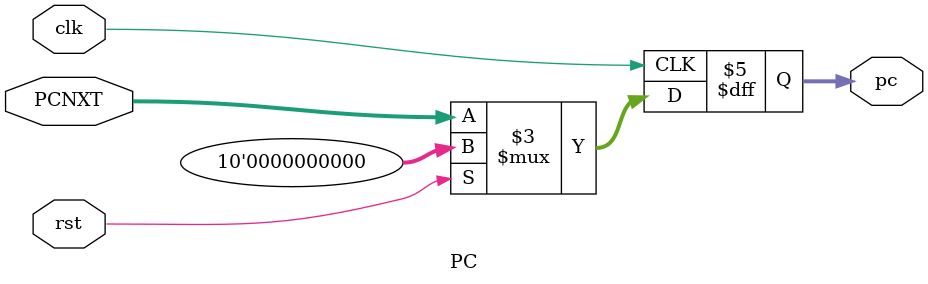
<source format=v>
module PC(rst,clk,PCNXT,pc);
input rst,clk;
input [9:0] PCNXT;
output reg[9:0] pc;

always @(posedge clk)begin
	if(rst) 
	pc<='b0;
	else
	pc<=PCNXT;
end
endmodule
</source>
